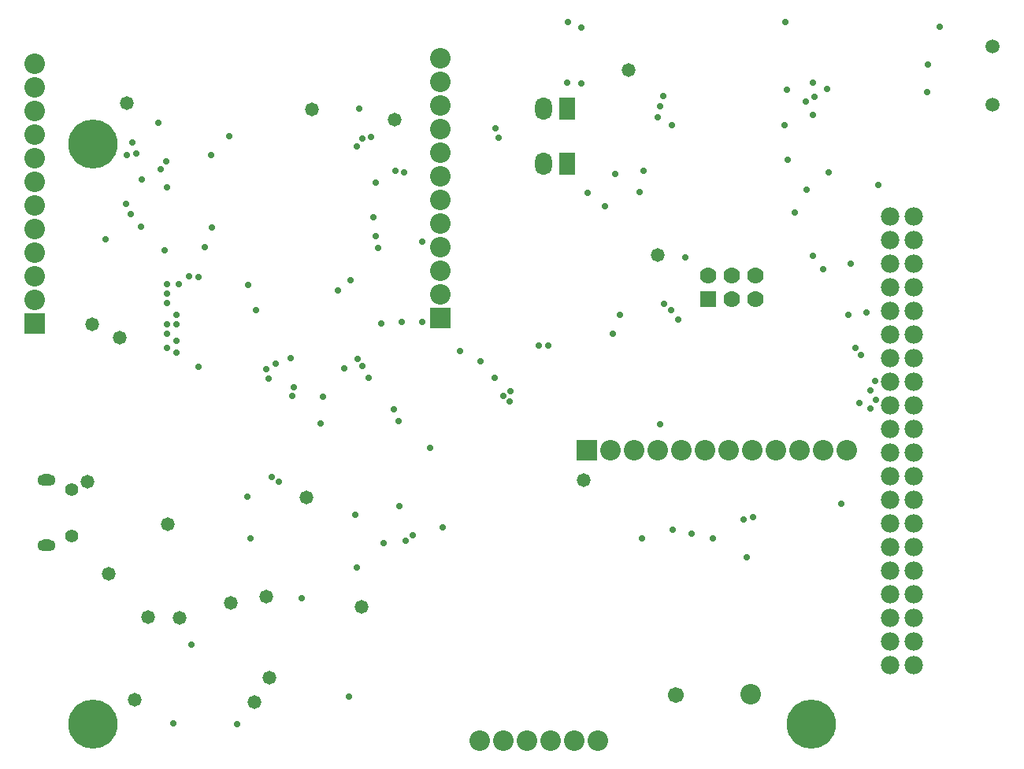
<source format=gbs>
G04*
G04 #@! TF.GenerationSoftware,Altium Limited,Altium Designer,23.3.1 (30)*
G04*
G04 Layer_Color=32639*
%FSLAX44Y44*%
%MOMM*%
G71*
G04*
G04 #@! TF.SameCoordinates,725D518B-DDB2-488C-806C-357DE18E7640*
G04*
G04*
G04 #@! TF.FilePolarity,Negative*
G04*
G01*
G75*
%ADD75C,2.2032*%
%ADD76C,1.9812*%
%ADD77C,1.5032*%
%ADD78C,5.2832*%
%ADD79C,1.7780*%
%ADD80R,1.7780X1.7780*%
%ADD81R,2.2032X2.2032*%
%ADD82R,2.2032X2.2032*%
%ADD83O,1.8032X2.4532*%
%ADD84R,1.8032X2.4532*%
%ADD85C,1.7018*%
%ADD86O,1.9558X1.2700*%
%ADD87C,1.3970*%
%ADD88C,0.7112*%
%ADD89C,1.4732*%
D75*
X626200Y20000D02*
D03*
X600800D02*
D03*
X575400D02*
D03*
X550000D02*
D03*
X524600D02*
D03*
X499200D02*
D03*
X20579Y748081D02*
D03*
Y722681D02*
D03*
Y697281D02*
D03*
Y671881D02*
D03*
Y646481D02*
D03*
Y621081D02*
D03*
Y595681D02*
D03*
Y570281D02*
D03*
Y544881D02*
D03*
Y519481D02*
D03*
Y494081D02*
D03*
X456343Y754041D02*
D03*
Y728641D02*
D03*
Y703241D02*
D03*
Y677841D02*
D03*
Y652441D02*
D03*
Y627041D02*
D03*
Y601641D02*
D03*
Y576241D02*
D03*
Y550841D02*
D03*
Y525441D02*
D03*
Y500041D02*
D03*
X893300Y332500D02*
D03*
X867900D02*
D03*
X842500D02*
D03*
X817100D02*
D03*
X791700D02*
D03*
X766300D02*
D03*
X740900D02*
D03*
X715500D02*
D03*
X690100D02*
D03*
X664700D02*
D03*
X639300D02*
D03*
X790000Y70000D02*
D03*
D76*
X940000Y101154D02*
D03*
X965400D02*
D03*
X940000Y126554D02*
D03*
X965400D02*
D03*
X940000Y151954D02*
D03*
X965400D02*
D03*
X940000Y177354D02*
D03*
X965400D02*
D03*
X940000Y202754D02*
D03*
X965400D02*
D03*
X940000Y228154D02*
D03*
X965400D02*
D03*
X940000Y253554D02*
D03*
X965400D02*
D03*
X940000Y278954D02*
D03*
X965400D02*
D03*
X940000Y304354D02*
D03*
X965400D02*
D03*
X940000Y329754D02*
D03*
X965400D02*
D03*
X940000Y355154D02*
D03*
X965400D02*
D03*
X940000Y380554D02*
D03*
X965400D02*
D03*
X940000Y405954D02*
D03*
X965400D02*
D03*
X940000Y431354D02*
D03*
X965400D02*
D03*
X940000Y456754D02*
D03*
X965400D02*
D03*
X940000Y482154D02*
D03*
X965400D02*
D03*
X940000Y507554D02*
D03*
X965400D02*
D03*
X940000Y532954D02*
D03*
X965400D02*
D03*
X940000Y558354D02*
D03*
X965400D02*
D03*
X940000Y583754D02*
D03*
X965400D02*
D03*
D77*
X1050411Y766475D02*
D03*
Y703975D02*
D03*
D78*
X83000Y37500D02*
D03*
X855000D02*
D03*
X83000Y661500D02*
D03*
D79*
X795400Y520000D02*
D03*
Y494600D02*
D03*
X770000Y520000D02*
D03*
Y494600D02*
D03*
X744600Y520000D02*
D03*
D80*
Y494600D02*
D03*
D81*
X20579Y468681D02*
D03*
X456343Y474641D02*
D03*
D82*
X613900Y332500D02*
D03*
D83*
X567450Y700060D02*
D03*
Y640060D02*
D03*
D84*
X592850Y700060D02*
D03*
Y640060D02*
D03*
D85*
X709600Y68990D02*
D03*
D86*
X33000Y230000D02*
D03*
Y300000D02*
D03*
D87*
X60000Y240000D02*
D03*
Y290000D02*
D03*
D88*
X367500Y430000D02*
D03*
X372500Y422500D02*
D03*
X353060Y420279D02*
D03*
X162560Y441960D02*
D03*
X172720Y436880D02*
D03*
Y449580D02*
D03*
X162560Y457200D02*
D03*
Y467360D02*
D03*
X172720D02*
D03*
X258486Y482600D02*
D03*
X172720Y477520D02*
D03*
X162560Y490220D02*
D03*
Y500380D02*
D03*
Y510540D02*
D03*
X175260D02*
D03*
X327806Y360890D02*
D03*
X271658Y409082D02*
D03*
X196332Y421575D02*
D03*
X248920Y281940D02*
D03*
X252730Y237490D02*
D03*
X153124Y684654D02*
D03*
X519434Y668541D02*
D03*
X924089Y406304D02*
D03*
X908908Y434302D02*
D03*
X914400Y480060D02*
D03*
X918865Y376800D02*
D03*
X907233Y383046D02*
D03*
X924560Y386080D02*
D03*
X531943Y395531D02*
D03*
X918930Y396883D02*
D03*
X155815Y634142D02*
D03*
X230000Y670000D02*
D03*
X210000Y650000D02*
D03*
X196501Y518111D02*
D03*
X250000Y510000D02*
D03*
X120000Y650000D02*
D03*
X283158Y298662D02*
D03*
X275088Y303575D02*
D03*
X980000Y717500D02*
D03*
X828829Y720109D02*
D03*
X387500Y620000D02*
D03*
Y562500D02*
D03*
X390000Y550000D02*
D03*
X380000Y410000D02*
D03*
X675000Y632500D02*
D03*
X692500Y702500D02*
D03*
X690000Y690000D02*
D03*
X705281Y682050D02*
D03*
X827500Y792500D02*
D03*
X608000Y787000D02*
D03*
X837498Y587499D02*
D03*
X829998Y644999D02*
D03*
X857500Y692500D02*
D03*
X572500Y444920D02*
D03*
X642282Y457262D02*
D03*
X562610Y445190D02*
D03*
X524778Y390576D02*
D03*
X514839Y410074D02*
D03*
X530728Y384538D02*
D03*
X373102Y667495D02*
D03*
X367030Y658685D02*
D03*
X295910Y431545D02*
D03*
X279400Y425195D02*
D03*
X414999Y469999D02*
D03*
X437499D02*
D03*
X346710Y503920D02*
D03*
X360000Y515000D02*
D03*
X129820Y651631D02*
D03*
X134620Y572770D02*
D03*
X162500Y614999D02*
D03*
X162192Y643039D02*
D03*
X857500Y727500D02*
D03*
X849558Y706844D02*
D03*
X872182Y720874D02*
D03*
X826647Y682090D02*
D03*
X850000Y612500D02*
D03*
X897500Y532500D02*
D03*
X895000Y477500D02*
D03*
X697500Y490000D02*
D03*
X705000Y482500D02*
D03*
X649754Y477690D02*
D03*
X712500Y472500D02*
D03*
X720000Y540000D02*
D03*
X692500Y360000D02*
D03*
X673633Y236958D02*
D03*
X706223Y247007D02*
D03*
X726448Y242493D02*
D03*
X750000Y237500D02*
D03*
X792500Y260000D02*
D03*
X782500Y257500D02*
D03*
X785714Y216981D02*
D03*
X902500Y442500D02*
D03*
X887500Y274669D02*
D03*
X459000Y249000D02*
D03*
X427000Y241000D02*
D03*
X169438Y38016D02*
D03*
X365000Y262500D02*
D03*
X608000Y727000D02*
D03*
X593827Y793130D02*
D03*
X593000Y728000D02*
D03*
X516250Y678195D02*
D03*
X446000Y335000D02*
D03*
X358000Y67000D02*
D03*
X367000Y206000D02*
D03*
X385000Y583000D02*
D03*
X478000Y439000D02*
D03*
X499480Y427915D02*
D03*
X393067Y468461D02*
D03*
X411554Y363779D02*
D03*
X406320Y375918D02*
D03*
X412640Y272398D02*
D03*
X396000Y232000D02*
D03*
X418999Y235000D02*
D03*
X308000Y173000D02*
D03*
X330061Y390000D02*
D03*
X874000Y631000D02*
D03*
X857190Y541000D02*
D03*
X868000Y527000D02*
D03*
X859000Y712000D02*
D03*
X615174Y608848D02*
D03*
X645000Y629000D02*
D03*
X671000Y610000D02*
D03*
X634000Y595000D02*
D03*
X927709Y617709D02*
D03*
X696000Y713000D02*
D03*
X981000Y747000D02*
D03*
X408210Y632460D02*
D03*
X382523Y669036D02*
D03*
X369570Y699770D02*
D03*
X993140Y787400D02*
D03*
X96790Y558800D02*
D03*
X160020Y547370D02*
D03*
X269240Y419100D02*
D03*
X124065Y586054D02*
D03*
X135890Y623570D02*
D03*
X118650Y596900D02*
D03*
X186690Y519430D02*
D03*
X125208Y663237D02*
D03*
X203861Y550571D02*
D03*
X210820Y571500D02*
D03*
X417830Y631190D02*
D03*
X436880Y556260D02*
D03*
X298812Y400003D02*
D03*
X297069Y390267D02*
D03*
X238199Y37733D02*
D03*
X189230Y123190D02*
D03*
D89*
X76971Y298084D02*
D03*
X119674Y705236D02*
D03*
X111891Y452917D02*
D03*
X407499Y687499D02*
D03*
X690000Y542500D02*
D03*
X142261Y153085D02*
D03*
X82500Y467500D02*
D03*
X128520Y64174D02*
D03*
X273050Y87630D02*
D03*
X256857Y61178D02*
D03*
X611000Y300000D02*
D03*
X372000Y164000D02*
D03*
X312513Y281783D02*
D03*
X231000Y167910D02*
D03*
X176000Y152000D02*
D03*
X269814Y175102D02*
D03*
X659000Y741000D02*
D03*
X318770Y698500D02*
D03*
X163830Y252730D02*
D03*
X100036Y198996D02*
D03*
M02*

</source>
